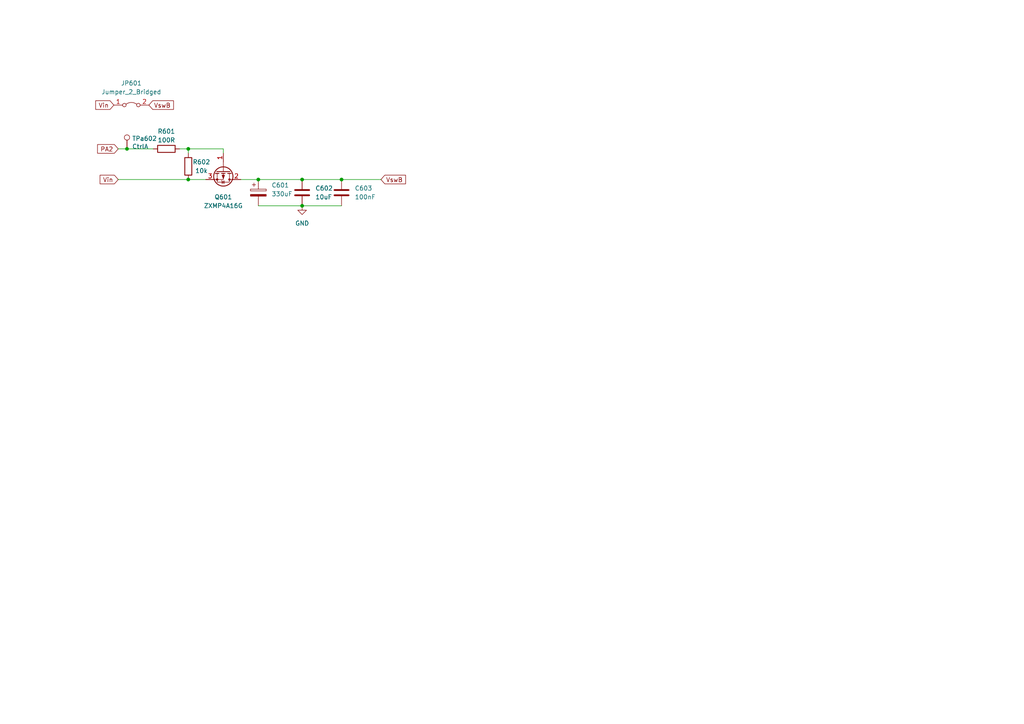
<source format=kicad_sch>
(kicad_sch (version 20211123) (generator eeschema)
  (paper "A4")
  (lib_symbols
    (symbol "Connector:TestPoint" (pin_numbers hide) (pin_names (offset 0.762) hide)
      (property "Reference" "TP" (at 0 6.858 0))
      (property "Value" "TestPoint" (at 0 5.08 0))
      (symbol "TestPoint_0_1"
        (circle (center 0 3.302) (radius 0.762))
      )
      (symbol "TestPoint_1_1"
        (pin passive line (at 0 0 90) (length 2.54) (name "1") (number "1"))
      )
    )
    (symbol "Device:C" (pin_numbers hide) (pin_names (offset 0.254))
      (property "Reference" "C" (at 0.635 2.54 0))
      (property "Value" "C" (at 0.635 -2.54 0))
      (symbol "C_0_1"
        (polyline (pts (xy -2.032 -0.762) (xy 2.032 -0.762)) (stroke (width 0.508)))
        (polyline (pts (xy -2.032 0.762) (xy 2.032 0.762)) (stroke (width 0.508)))
      )
      (symbol "C_1_1"
        (pin passive line (at 0 3.81 270) (length 2.794) (name "~") (number "1"))
        (pin passive line (at 0 -3.81 90) (length 2.794) (name "~") (number "2"))
      )
    )
    (symbol "Device:C_Polarized" (pin_numbers hide) (pin_names (offset 0.254))
      (property "Reference" "C" (at 0.635 2.54 0))
      (property "Value" "C_Polarized" (at 0.635 -2.54 0))
      (symbol "C_Polarized_0_1"
        (rectangle (start -2.286 0.508) (end 2.286 1.016))
        (polyline (pts (xy -1.778 2.286) (xy -0.762 2.286)))
        (polyline (pts (xy -1.27 2.794) (xy -1.27 1.778)))
        (rectangle (start 2.286 -0.508) (end -2.286 -1.016) (fill (type outline)))
      )
      (symbol "C_Polarized_1_1"
        (pin passive line (at 0 3.81 270) (length 2.794) (name "~") (number "1"))
        (pin passive line (at 0 -3.81 90) (length 2.794) (name "~") (number "2"))
      )
    )
    (symbol "Device:R" (pin_numbers hide) (pin_names (offset 0))
      (property "Reference" "R" (at 2.032 0 90))
      (property "Value" "R" (at 0 0 90))
      (symbol "R_0_1"
        (rectangle (start -1.016 -2.54) (end 1.016 2.54) (stroke (width 0.254)))
      )
      (symbol "R_1_1"
        (pin passive line (at 0 3.81 270) (length 1.27) (name "~") (number "1"))
        (pin passive line (at 0 -3.81 90) (length 1.27) (name "~") (number "2"))
      )
    )
    (symbol "Jumper:Jumper_2_Bridged" (pin_names (offset 0) hide)
      (property "Reference" "JP" (at 0 1.905 0))
      (property "Value" "Jumper_2_Bridged" (at 0 -2.54 0))
      (symbol "Jumper_2_Bridged_0_0"
        (circle (center -2.032 0) (radius 0.508))
        (circle (center 2.032 0) (radius 0.508))
      )
      (symbol "Jumper_2_Bridged_0_1"
        (arc (start 1.524 0.254) (mid 0 0.762) (end -1.524 0.254))
      )
      (symbol "Jumper_2_Bridged_1_1"
        (pin passive line (at -5.08 0 0) (length 2.54) (name "A") (number "1"))
        (pin passive line (at 5.08 0 180) (length 2.54) (name "B") (number "2"))
      )
    )
    (symbol "Transistor_FET:ZXMP4A16G" (pin_names hide)
      (property "Reference" "Q" (at 5.08 1.905 0))
      (property "Value" "ZXMP4A16G" (at 5.08 0 0))
      (symbol "ZXMP4A16G_0_1"
        (polyline (pts (xy 0.254 0) (xy -2.54 0)))
        (polyline (pts (xy 0.254 1.905) (xy 0.254 -1.905)) (stroke (width 0.254)))
        (polyline (pts (xy 0.762 -1.27) (xy 0.762 -2.286)) (stroke (width 0.254)))
        (polyline (pts (xy 0.762 0.508) (xy 0.762 -0.508)) (stroke (width 0.254)))
        (polyline (pts (xy 0.762 2.286) (xy 0.762 1.27)) (stroke (width 0.254)))
        (polyline (pts (xy 2.54 2.54) (xy 2.54 1.778)))
        (polyline (pts (xy 2.54 -2.54) (xy 2.54 0) (xy 0.762 0)))
        (polyline (pts (xy 0.762 1.778) (xy 3.302 1.778) (xy 3.302 -1.778) (xy 0.762 -1.778)))
        (polyline (pts (xy 2.286 0) (xy 1.27 0.381) (xy 1.27 -0.381) (xy 2.286 0)) (fill (type outline)))
        (polyline (pts (xy 2.794 -0.508) (xy 2.921 -0.381) (xy 3.683 -0.381) (xy 3.81 -0.254)))
        (polyline (pts (xy 3.302 -0.381) (xy 2.921 0.254) (xy 3.683 0.254) (xy 3.302 -0.381)))
        (circle (center 1.651 0) (radius 2.794) (stroke (width 0.254)))
        (circle (center 2.54 -1.778) (radius 0.254) (fill (type outline)))
        (circle (center 2.54 1.778) (radius 0.254) (fill (type outline)))
      )
      (symbol "ZXMP4A16G_1_1"
        (pin input line (at -5.08 0 0) (length 2.54) (name "G") (number "1"))
        (pin passive line (at 2.54 5.08 270) (length 2.54) (name "D") (number "2"))
        (pin passive line (at 2.54 -5.08 90) (length 2.54) (name "S") (number "3"))
      )
    )
    (symbol "power:GND" (power) (pin_names (offset 0))
      (property "Value" "GND" (at 0 -3.81 0))
      (symbol "GND_0_1"
        (polyline (pts (xy 0 0) (xy 0 -1.27) (xy 1.27 -1.27) (xy 0 -2.54) (xy -1.27 -1.27) (xy 0 -1.27)))
      )
      (symbol "GND_1_1"
        (pin power_in line (at 0 0 270) (length 0) hide (name "GND") (number "1"))
      )
    )
  )
  (junction (at 36.83 43.18))
  (junction (at 87.63 59.69))
  (junction (at 87.63 52.07))
  (junction (at 99.06 52.07))
  (junction (at 54.61 43.18))
  (junction (at 54.61 52.07))
  (junction (at 74.93 52.07))
  (wire (pts (xy 34.29 52.07) (xy 54.61 52.07)))
  (wire (pts (xy 99.06 59.69) (xy 87.63 59.69)))
  (wire (pts (xy 87.63 59.69) (xy 74.93 59.69)))
  (wire (pts (xy 52.07 43.18) (xy 54.61 43.18)))
  (wire (pts (xy 74.93 52.07) (xy 87.63 52.07)))
  (wire (pts (xy 34.29 43.18) (xy 36.83 43.18)))
  (wire (pts (xy 54.61 44.45) (xy 54.61 43.18)))
  (wire (pts (xy 36.83 43.18) (xy 44.45 43.18)))
  (wire (pts (xy 64.77 43.18) (xy 64.77 44.45)))
  (wire (pts (xy 99.06 52.07) (xy 110.49 52.07)))
  (wire (pts (xy 87.63 52.07) (xy 99.06 52.07)))
  (wire (pts (xy 54.61 52.07) (xy 59.69 52.07)))
  (wire (pts (xy 69.85 52.07) (xy 74.93 52.07)))
  (wire (pts (xy 54.61 43.18) (xy 64.77 43.18)))
  (global_label "PA2" (shape input) (at 34.29 43.18 180) (property "Intersheet References" "${INTERSHEET_REFS}" (effects hide)))
  (global_label "Vin" (shape input) (at 34.29 52.07 180) (property "Intersheet References" "${INTERSHEET_REFS}" (effects hide)))
  (global_label "VswB" (shape input) (at 110.49 52.07 0) (property "Intersheet References" "${INTERSHEET_REFS}" (effects hide)))
  (global_label "Vin" (shape input) (at 33.02 30.48 180) (property "Intersheet References" "${INTERSHEET_REFS}" (effects hide)))
  (global_label "VswB" (shape input) (at 43.18 30.48 0) (property "Intersheet References" "${INTERSHEET_REFS}" (effects hide)))
  (symbol (lib_id "Connector:TestPoint") (at 36.83 43.18 0) (unit 1) (in_bom no)
    (property "Reference" "TPa602" (at 38.3032 40.1828 0) (effects (justify left)))
    (property "Value" "CtrlA" (at 38.3032 42.4942 0) (effects (justify left)))
    (property "Footprint" "tinker:TestPoint_THTPad_D1.0mm_Drill0.5mm" (effects hide))
  )
  (symbol (lib_id "Device:C") (at 87.63 55.88 0) (unit 1)
    (property "Reference" "C602" (at 91.44 54.6099 0) (effects (justify left)))
    (property "Value" "10uF" (at 91.44 57.1499 0) (effects (justify left)))
    (property "Footprint" "Capacitor_SMD:C_1206_3216Metric" (effects hide))
  )
  (symbol (lib_id "Device:C_Polarized") (at 74.93 55.88 0) (unit 1)
    (property "Reference" "C601" (at 78.74 53.7209 0) (effects (justify left)))
    (property "Value" "330uF" (at 78.74 56.2609 0) (effects (justify left)))
    (property "Footprint" "Capacitor_SMD:CP_Elec_10x10" (effects hide))
    (property "LCSC" "C5155333" (effects hide))
  )
  (symbol (lib_id "Device:R") (at 48.26 43.18 90) (mirror x) (unit 1)
    (property "Reference" "R601" (at 48.26 38.1 90))
    (property "Value" "100R" (at 48.26 40.64 90))
    (property "Footprint" "Resistor_SMD:R_0603_1608Metric" (effects hide))
    (property "LCSC" "C22775" (effects hide))
  )
  (symbol (lib_id "Transistor_FET:ZXMP4A16G") (at 64.77 49.53 270) (unit 1)
    (property "Reference" "Q601" (at 64.77 57.15 90))
    (property "Value" "ZXMP4A16G" (at 64.77 59.69 90))
    (property "Footprint" "tinker:SOT-223-3_TabPin2_opt23" (effects hide))
    (property "Datasheet" "https://www.diodes.com/assets/Datasheets/ZXMP4A16G.pdf" (effects hide))
    (property "DigiKey" "ZXMP4A16GTA" (effects hide))
    (property "LCSC" "C141324" (effects hide))
  )
  (symbol (lib_id "Device:R") (at 54.61 48.26 0) (mirror x) (unit 1)
    (property "Reference" "R602" (at 58.42 46.99 0))
    (property "Value" "10k" (at 58.42 49.53 0))
    (property "Footprint" "Resistor_SMD:R_0603_1608Metric" (effects hide))
    (property "LCSC" "C25804" (effects hide))
  )
  (symbol (lib_id "power:GND") (at 87.63 59.69 0) (unit 1)
    (property "Reference" "#PWR0601" (effects hide))
    (property "Value" "GND" (at 87.63 64.77 0))
  )
  (symbol (lib_id "Device:C") (at 99.06 55.88 0) (unit 1)
    (property "Reference" "C603" (at 102.87 54.6099 0) (effects (justify left)))
    (property "Value" "100nF" (at 102.87 57.1499 0) (effects (justify left)))
    (property "Footprint" "Capacitor_SMD:C_0603_1608Metric" (effects hide))
  )
  (symbol (lib_id "Jumper:Jumper_2_Bridged") (at 38.1 30.48 0) (unit 1) (in_bom no) (on_board no)
    (property "Reference" "JP601" (at 38.1 24.13 0))
    (property "Value" "Jumper_2_Bridged" (at 38.1 26.67 0))
    (property "Footprint" "Jumper:SolderJumper-2_P1.3mm_Bridged_RoundedPad1.0x1.5mm" (effects hide))
  )
)
</source>
